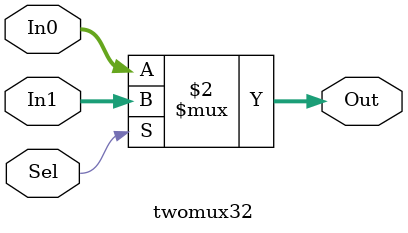
<source format=v>
`timescale 1ns / 1ps
module twomux32(In0,In1,Sel,Out);

input [31:0]In0,In1;
input Sel;
output [31:0]Out;

assign Out = (Sel==0)?In0:In1;

endmodule

</source>
